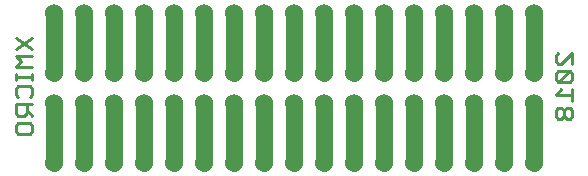
<source format=gbl>
G75*
G70*
%OFA0B0*%
%FSLAX24Y24*%
%IPPOS*%
%LPD*%
%AMOC8*
5,1,8,0,0,1.08239X$1,22.5*
%
%ADD10C,0.0100*%
%ADD11C,0.0600*%
%ADD12C,0.0560*%
D10*
X000938Y001592D02*
X000845Y001686D01*
X000845Y001872D01*
X000938Y001966D01*
X001312Y001966D01*
X001405Y001872D01*
X001405Y001686D01*
X001312Y001592D01*
X000938Y001592D01*
X000938Y002200D02*
X001125Y002200D01*
X001218Y002293D01*
X001218Y002574D01*
X001405Y002574D02*
X000845Y002574D01*
X000845Y002293D01*
X000938Y002200D01*
X001218Y002387D02*
X001405Y002200D01*
X001312Y002808D02*
X001405Y002901D01*
X001405Y003088D01*
X001312Y003181D01*
X000938Y003181D01*
X000845Y003088D01*
X000845Y002901D01*
X000938Y002808D01*
X000845Y003400D02*
X000845Y003586D01*
X000845Y003493D02*
X001405Y003493D01*
X001405Y003586D02*
X001405Y003400D01*
X001405Y003821D02*
X000845Y003821D01*
X001031Y004007D01*
X000845Y004194D01*
X001405Y004194D01*
X001405Y004428D02*
X000845Y004802D01*
X000845Y004428D02*
X001405Y004802D01*
X018845Y004202D02*
X018845Y004015D01*
X018938Y003922D01*
X019031Y003922D01*
X019405Y004295D01*
X019405Y003922D01*
X019312Y003688D02*
X018938Y003688D01*
X018845Y003594D01*
X018845Y003407D01*
X018938Y003314D01*
X019312Y003688D01*
X019405Y003594D01*
X019405Y003407D01*
X019312Y003314D01*
X018938Y003314D01*
X019031Y003080D02*
X018845Y002893D01*
X019405Y002893D01*
X019405Y003080D02*
X019405Y002706D01*
X019312Y002472D02*
X019218Y002472D01*
X019125Y002379D01*
X019125Y002192D01*
X019218Y002099D01*
X019312Y002099D01*
X019405Y002192D01*
X019405Y002379D01*
X019312Y002472D01*
X019125Y002379D02*
X019031Y002472D01*
X018938Y002472D01*
X018845Y002379D01*
X018845Y002192D01*
X018938Y002099D01*
X019031Y002099D01*
X019125Y002192D01*
X018845Y004202D02*
X018938Y004295D01*
D11*
X002125Y000630D03*
X003125Y000630D03*
X004125Y000630D03*
X005125Y000630D03*
X006125Y000630D03*
X007125Y000630D03*
X008125Y000630D03*
X009125Y000630D03*
X010125Y000630D03*
X011125Y000630D03*
X012125Y000630D03*
X013125Y000630D03*
X014125Y000630D03*
X015125Y000630D03*
X016125Y000630D03*
X017125Y000630D03*
X018125Y000630D03*
X018125Y002630D03*
X017125Y002630D03*
X016125Y002630D03*
X015125Y002630D03*
X014125Y002630D03*
X013125Y002630D03*
X012125Y002630D03*
X011125Y002630D03*
X010125Y002630D03*
X009125Y002630D03*
X008125Y002630D03*
X007125Y002630D03*
X006125Y002630D03*
X005125Y002630D03*
X004125Y002630D03*
X003125Y002630D03*
X002125Y002630D03*
X002125Y003630D03*
X003125Y003630D03*
X004125Y003630D03*
X005125Y003630D03*
X006125Y003630D03*
X007125Y003630D03*
X008125Y003630D03*
X009125Y003630D03*
X010125Y003630D03*
X011125Y003630D03*
X012125Y003630D03*
X013125Y003630D03*
X014125Y003630D03*
X015125Y003630D03*
X016125Y003630D03*
X017125Y003630D03*
X018125Y003630D03*
X018125Y005630D03*
X017125Y005630D03*
X016125Y005630D03*
X015125Y005630D03*
X014125Y005630D03*
X013125Y005630D03*
X012125Y005630D03*
X011125Y005630D03*
X010125Y005630D03*
X009125Y005630D03*
X008125Y005630D03*
X007125Y005630D03*
X006125Y005630D03*
X005125Y005630D03*
X004125Y005630D03*
X003125Y005630D03*
X002125Y005630D03*
D12*
X002125Y003630D01*
X003125Y003630D02*
X003125Y005630D01*
X004125Y005630D02*
X004125Y003630D01*
X005125Y003630D02*
X005125Y005630D01*
X006125Y005630D02*
X006125Y003630D01*
X007125Y003630D02*
X007125Y005630D01*
X008125Y005630D02*
X008125Y003630D01*
X009125Y003630D02*
X009125Y005630D01*
X010125Y005630D02*
X010125Y003630D01*
X011125Y003630D02*
X011125Y005630D01*
X012125Y005630D02*
X012125Y003630D01*
X013125Y003630D02*
X013125Y005630D01*
X014125Y005630D02*
X014125Y003630D01*
X015125Y003630D02*
X015125Y005630D01*
X016125Y005630D02*
X016125Y003630D01*
X017125Y003630D02*
X017125Y005630D01*
X018125Y005630D02*
X018125Y003630D01*
X018125Y002630D02*
X018125Y000630D01*
X017125Y000630D02*
X017125Y002630D01*
X016125Y002630D02*
X016125Y000630D01*
X015125Y000630D02*
X015125Y002630D01*
X014125Y002630D02*
X014125Y000630D01*
X013125Y000630D02*
X013125Y002630D01*
X012125Y002630D02*
X012125Y000630D01*
X011125Y000630D02*
X011125Y002630D01*
X010125Y002630D02*
X010125Y000630D01*
X009125Y000630D02*
X009125Y002630D01*
X008125Y002630D02*
X008125Y000630D01*
X007125Y000630D02*
X007125Y002630D01*
X006125Y002630D02*
X006125Y000630D01*
X005125Y000630D02*
X005125Y002630D01*
X004125Y002630D02*
X004125Y000630D01*
X003125Y000630D02*
X003125Y002630D01*
X002125Y002630D02*
X002125Y000630D01*
M02*

</source>
